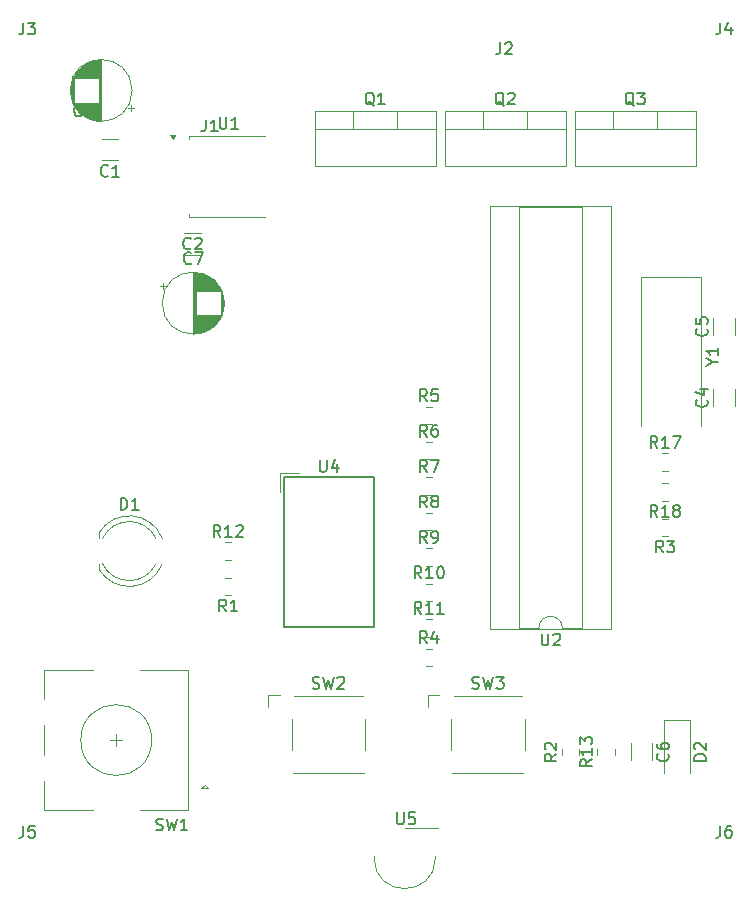
<source format=gbr>
%TF.GenerationSoftware,KiCad,Pcbnew,8.0.6*%
%TF.CreationDate,2025-02-24T13:58:07+01:00*%
%TF.ProjectId,DLA OCBEGO,444c4120-4f43-4424-9547-4f2e6b696361,rev?*%
%TF.SameCoordinates,Original*%
%TF.FileFunction,Legend,Top*%
%TF.FilePolarity,Positive*%
%FSLAX46Y46*%
G04 Gerber Fmt 4.6, Leading zero omitted, Abs format (unit mm)*
G04 Created by KiCad (PCBNEW 8.0.6) date 2025-02-24 13:58:07*
%MOMM*%
%LPD*%
G01*
G04 APERTURE LIST*
%ADD10C,0.150000*%
%ADD11C,0.120000*%
G04 APERTURE END LIST*
D10*
X134666666Y-129254819D02*
X134666666Y-129969104D01*
X134666666Y-129969104D02*
X134619047Y-130111961D01*
X134619047Y-130111961D02*
X134523809Y-130207200D01*
X134523809Y-130207200D02*
X134380952Y-130254819D01*
X134380952Y-130254819D02*
X134285714Y-130254819D01*
X135571428Y-129254819D02*
X135380952Y-129254819D01*
X135380952Y-129254819D02*
X135285714Y-129302438D01*
X135285714Y-129302438D02*
X135238095Y-129350057D01*
X135238095Y-129350057D02*
X135142857Y-129492914D01*
X135142857Y-129492914D02*
X135095238Y-129683390D01*
X135095238Y-129683390D02*
X135095238Y-130064342D01*
X135095238Y-130064342D02*
X135142857Y-130159580D01*
X135142857Y-130159580D02*
X135190476Y-130207200D01*
X135190476Y-130207200D02*
X135285714Y-130254819D01*
X135285714Y-130254819D02*
X135476190Y-130254819D01*
X135476190Y-130254819D02*
X135571428Y-130207200D01*
X135571428Y-130207200D02*
X135619047Y-130159580D01*
X135619047Y-130159580D02*
X135666666Y-130064342D01*
X135666666Y-130064342D02*
X135666666Y-129826247D01*
X135666666Y-129826247D02*
X135619047Y-129731009D01*
X135619047Y-129731009D02*
X135571428Y-129683390D01*
X135571428Y-129683390D02*
X135476190Y-129635771D01*
X135476190Y-129635771D02*
X135285714Y-129635771D01*
X135285714Y-129635771D02*
X135190476Y-129683390D01*
X135190476Y-129683390D02*
X135142857Y-129731009D01*
X135142857Y-129731009D02*
X135095238Y-129826247D01*
X75666666Y-129254819D02*
X75666666Y-129969104D01*
X75666666Y-129969104D02*
X75619047Y-130111961D01*
X75619047Y-130111961D02*
X75523809Y-130207200D01*
X75523809Y-130207200D02*
X75380952Y-130254819D01*
X75380952Y-130254819D02*
X75285714Y-130254819D01*
X76619047Y-129254819D02*
X76142857Y-129254819D01*
X76142857Y-129254819D02*
X76095238Y-129731009D01*
X76095238Y-129731009D02*
X76142857Y-129683390D01*
X76142857Y-129683390D02*
X76238095Y-129635771D01*
X76238095Y-129635771D02*
X76476190Y-129635771D01*
X76476190Y-129635771D02*
X76571428Y-129683390D01*
X76571428Y-129683390D02*
X76619047Y-129731009D01*
X76619047Y-129731009D02*
X76666666Y-129826247D01*
X76666666Y-129826247D02*
X76666666Y-130064342D01*
X76666666Y-130064342D02*
X76619047Y-130159580D01*
X76619047Y-130159580D02*
X76571428Y-130207200D01*
X76571428Y-130207200D02*
X76476190Y-130254819D01*
X76476190Y-130254819D02*
X76238095Y-130254819D01*
X76238095Y-130254819D02*
X76142857Y-130207200D01*
X76142857Y-130207200D02*
X76095238Y-130159580D01*
X134666666Y-61254819D02*
X134666666Y-61969104D01*
X134666666Y-61969104D02*
X134619047Y-62111961D01*
X134619047Y-62111961D02*
X134523809Y-62207200D01*
X134523809Y-62207200D02*
X134380952Y-62254819D01*
X134380952Y-62254819D02*
X134285714Y-62254819D01*
X135571428Y-61588152D02*
X135571428Y-62254819D01*
X135333333Y-61207200D02*
X135095238Y-61921485D01*
X135095238Y-61921485D02*
X135714285Y-61921485D01*
X75666666Y-61254819D02*
X75666666Y-61969104D01*
X75666666Y-61969104D02*
X75619047Y-62111961D01*
X75619047Y-62111961D02*
X75523809Y-62207200D01*
X75523809Y-62207200D02*
X75380952Y-62254819D01*
X75380952Y-62254819D02*
X75285714Y-62254819D01*
X76047619Y-61254819D02*
X76666666Y-61254819D01*
X76666666Y-61254819D02*
X76333333Y-61635771D01*
X76333333Y-61635771D02*
X76476190Y-61635771D01*
X76476190Y-61635771D02*
X76571428Y-61683390D01*
X76571428Y-61683390D02*
X76619047Y-61731009D01*
X76619047Y-61731009D02*
X76666666Y-61826247D01*
X76666666Y-61826247D02*
X76666666Y-62064342D01*
X76666666Y-62064342D02*
X76619047Y-62159580D01*
X76619047Y-62159580D02*
X76571428Y-62207200D01*
X76571428Y-62207200D02*
X76476190Y-62254819D01*
X76476190Y-62254819D02*
X76190476Y-62254819D01*
X76190476Y-62254819D02*
X76095238Y-62207200D01*
X76095238Y-62207200D02*
X76047619Y-62159580D01*
X109833333Y-99304819D02*
X109500000Y-98828628D01*
X109261905Y-99304819D02*
X109261905Y-98304819D01*
X109261905Y-98304819D02*
X109642857Y-98304819D01*
X109642857Y-98304819D02*
X109738095Y-98352438D01*
X109738095Y-98352438D02*
X109785714Y-98400057D01*
X109785714Y-98400057D02*
X109833333Y-98495295D01*
X109833333Y-98495295D02*
X109833333Y-98638152D01*
X109833333Y-98638152D02*
X109785714Y-98733390D01*
X109785714Y-98733390D02*
X109738095Y-98781009D01*
X109738095Y-98781009D02*
X109642857Y-98828628D01*
X109642857Y-98828628D02*
X109261905Y-98828628D01*
X110166667Y-98304819D02*
X110833333Y-98304819D01*
X110833333Y-98304819D02*
X110404762Y-99304819D01*
X105364761Y-68280057D02*
X105269523Y-68232438D01*
X105269523Y-68232438D02*
X105174285Y-68137200D01*
X105174285Y-68137200D02*
X105031428Y-67994342D01*
X105031428Y-67994342D02*
X104936190Y-67946723D01*
X104936190Y-67946723D02*
X104840952Y-67946723D01*
X104888571Y-68184819D02*
X104793333Y-68137200D01*
X104793333Y-68137200D02*
X104698095Y-68041961D01*
X104698095Y-68041961D02*
X104650476Y-67851485D01*
X104650476Y-67851485D02*
X104650476Y-67518152D01*
X104650476Y-67518152D02*
X104698095Y-67327676D01*
X104698095Y-67327676D02*
X104793333Y-67232438D01*
X104793333Y-67232438D02*
X104888571Y-67184819D01*
X104888571Y-67184819D02*
X105079047Y-67184819D01*
X105079047Y-67184819D02*
X105174285Y-67232438D01*
X105174285Y-67232438D02*
X105269523Y-67327676D01*
X105269523Y-67327676D02*
X105317142Y-67518152D01*
X105317142Y-67518152D02*
X105317142Y-67851485D01*
X105317142Y-67851485D02*
X105269523Y-68041961D01*
X105269523Y-68041961D02*
X105174285Y-68137200D01*
X105174285Y-68137200D02*
X105079047Y-68184819D01*
X105079047Y-68184819D02*
X104888571Y-68184819D01*
X106269523Y-68184819D02*
X105698095Y-68184819D01*
X105983809Y-68184819D02*
X105983809Y-67184819D01*
X105983809Y-67184819D02*
X105888571Y-67327676D01*
X105888571Y-67327676D02*
X105793333Y-67422914D01*
X105793333Y-67422914D02*
X105698095Y-67470533D01*
X86897644Y-129607200D02*
X87040501Y-129654819D01*
X87040501Y-129654819D02*
X87278596Y-129654819D01*
X87278596Y-129654819D02*
X87373834Y-129607200D01*
X87373834Y-129607200D02*
X87421453Y-129559580D01*
X87421453Y-129559580D02*
X87469072Y-129464342D01*
X87469072Y-129464342D02*
X87469072Y-129369104D01*
X87469072Y-129369104D02*
X87421453Y-129273866D01*
X87421453Y-129273866D02*
X87373834Y-129226247D01*
X87373834Y-129226247D02*
X87278596Y-129178628D01*
X87278596Y-129178628D02*
X87088120Y-129131009D01*
X87088120Y-129131009D02*
X86992882Y-129083390D01*
X86992882Y-129083390D02*
X86945263Y-129035771D01*
X86945263Y-129035771D02*
X86897644Y-128940533D01*
X86897644Y-128940533D02*
X86897644Y-128845295D01*
X86897644Y-128845295D02*
X86945263Y-128750057D01*
X86945263Y-128750057D02*
X86992882Y-128702438D01*
X86992882Y-128702438D02*
X87088120Y-128654819D01*
X87088120Y-128654819D02*
X87326215Y-128654819D01*
X87326215Y-128654819D02*
X87469072Y-128702438D01*
X87802406Y-128654819D02*
X88040501Y-129654819D01*
X88040501Y-129654819D02*
X88230977Y-128940533D01*
X88230977Y-128940533D02*
X88421453Y-129654819D01*
X88421453Y-129654819D02*
X88659549Y-128654819D01*
X89564310Y-129654819D02*
X88992882Y-129654819D01*
X89278596Y-129654819D02*
X89278596Y-128654819D01*
X89278596Y-128654819D02*
X89183358Y-128797676D01*
X89183358Y-128797676D02*
X89088120Y-128892914D01*
X89088120Y-128892914D02*
X88992882Y-128940533D01*
X134028628Y-89976190D02*
X134504819Y-89976190D01*
X133504819Y-90309523D02*
X134028628Y-89976190D01*
X134028628Y-89976190D02*
X133504819Y-89642857D01*
X134504819Y-88785714D02*
X134504819Y-89357142D01*
X134504819Y-89071428D02*
X133504819Y-89071428D01*
X133504819Y-89071428D02*
X133647676Y-89166666D01*
X133647676Y-89166666D02*
X133742914Y-89261904D01*
X133742914Y-89261904D02*
X133790533Y-89357142D01*
X113666667Y-117607200D02*
X113809524Y-117654819D01*
X113809524Y-117654819D02*
X114047619Y-117654819D01*
X114047619Y-117654819D02*
X114142857Y-117607200D01*
X114142857Y-117607200D02*
X114190476Y-117559580D01*
X114190476Y-117559580D02*
X114238095Y-117464342D01*
X114238095Y-117464342D02*
X114238095Y-117369104D01*
X114238095Y-117369104D02*
X114190476Y-117273866D01*
X114190476Y-117273866D02*
X114142857Y-117226247D01*
X114142857Y-117226247D02*
X114047619Y-117178628D01*
X114047619Y-117178628D02*
X113857143Y-117131009D01*
X113857143Y-117131009D02*
X113761905Y-117083390D01*
X113761905Y-117083390D02*
X113714286Y-117035771D01*
X113714286Y-117035771D02*
X113666667Y-116940533D01*
X113666667Y-116940533D02*
X113666667Y-116845295D01*
X113666667Y-116845295D02*
X113714286Y-116750057D01*
X113714286Y-116750057D02*
X113761905Y-116702438D01*
X113761905Y-116702438D02*
X113857143Y-116654819D01*
X113857143Y-116654819D02*
X114095238Y-116654819D01*
X114095238Y-116654819D02*
X114238095Y-116702438D01*
X114571429Y-116654819D02*
X114809524Y-117654819D01*
X114809524Y-117654819D02*
X115000000Y-116940533D01*
X115000000Y-116940533D02*
X115190476Y-117654819D01*
X115190476Y-117654819D02*
X115428572Y-116654819D01*
X115714286Y-116654819D02*
X116333333Y-116654819D01*
X116333333Y-116654819D02*
X116000000Y-117035771D01*
X116000000Y-117035771D02*
X116142857Y-117035771D01*
X116142857Y-117035771D02*
X116238095Y-117083390D01*
X116238095Y-117083390D02*
X116285714Y-117131009D01*
X116285714Y-117131009D02*
X116333333Y-117226247D01*
X116333333Y-117226247D02*
X116333333Y-117464342D01*
X116333333Y-117464342D02*
X116285714Y-117559580D01*
X116285714Y-117559580D02*
X116238095Y-117607200D01*
X116238095Y-117607200D02*
X116142857Y-117654819D01*
X116142857Y-117654819D02*
X115857143Y-117654819D01*
X115857143Y-117654819D02*
X115761905Y-117607200D01*
X115761905Y-117607200D02*
X115714286Y-117559580D01*
X116037427Y-62935868D02*
X116037427Y-63650153D01*
X116037427Y-63650153D02*
X115989808Y-63793010D01*
X115989808Y-63793010D02*
X115894570Y-63888249D01*
X115894570Y-63888249D02*
X115751713Y-63935868D01*
X115751713Y-63935868D02*
X115656475Y-63935868D01*
X116465999Y-63031106D02*
X116513618Y-62983487D01*
X116513618Y-62983487D02*
X116608856Y-62935868D01*
X116608856Y-62935868D02*
X116846951Y-62935868D01*
X116846951Y-62935868D02*
X116942189Y-62983487D01*
X116942189Y-62983487D02*
X116989808Y-63031106D01*
X116989808Y-63031106D02*
X117037427Y-63126344D01*
X117037427Y-63126344D02*
X117037427Y-63221582D01*
X117037427Y-63221582D02*
X116989808Y-63364439D01*
X116989808Y-63364439D02*
X116418380Y-63935868D01*
X116418380Y-63935868D02*
X117037427Y-63935868D01*
X109357142Y-108304819D02*
X109023809Y-107828628D01*
X108785714Y-108304819D02*
X108785714Y-107304819D01*
X108785714Y-107304819D02*
X109166666Y-107304819D01*
X109166666Y-107304819D02*
X109261904Y-107352438D01*
X109261904Y-107352438D02*
X109309523Y-107400057D01*
X109309523Y-107400057D02*
X109357142Y-107495295D01*
X109357142Y-107495295D02*
X109357142Y-107638152D01*
X109357142Y-107638152D02*
X109309523Y-107733390D01*
X109309523Y-107733390D02*
X109261904Y-107781009D01*
X109261904Y-107781009D02*
X109166666Y-107828628D01*
X109166666Y-107828628D02*
X108785714Y-107828628D01*
X110309523Y-108304819D02*
X109738095Y-108304819D01*
X110023809Y-108304819D02*
X110023809Y-107304819D01*
X110023809Y-107304819D02*
X109928571Y-107447676D01*
X109928571Y-107447676D02*
X109833333Y-107542914D01*
X109833333Y-107542914D02*
X109738095Y-107590533D01*
X110928571Y-107304819D02*
X111023809Y-107304819D01*
X111023809Y-107304819D02*
X111119047Y-107352438D01*
X111119047Y-107352438D02*
X111166666Y-107400057D01*
X111166666Y-107400057D02*
X111214285Y-107495295D01*
X111214285Y-107495295D02*
X111261904Y-107685771D01*
X111261904Y-107685771D02*
X111261904Y-107923866D01*
X111261904Y-107923866D02*
X111214285Y-108114342D01*
X111214285Y-108114342D02*
X111166666Y-108209580D01*
X111166666Y-108209580D02*
X111119047Y-108257200D01*
X111119047Y-108257200D02*
X111023809Y-108304819D01*
X111023809Y-108304819D02*
X110928571Y-108304819D01*
X110928571Y-108304819D02*
X110833333Y-108257200D01*
X110833333Y-108257200D02*
X110785714Y-108209580D01*
X110785714Y-108209580D02*
X110738095Y-108114342D01*
X110738095Y-108114342D02*
X110690476Y-107923866D01*
X110690476Y-107923866D02*
X110690476Y-107685771D01*
X110690476Y-107685771D02*
X110738095Y-107495295D01*
X110738095Y-107495295D02*
X110785714Y-107400057D01*
X110785714Y-107400057D02*
X110833333Y-107352438D01*
X110833333Y-107352438D02*
X110928571Y-107304819D01*
X123804819Y-123642857D02*
X123328628Y-123976190D01*
X123804819Y-124214285D02*
X122804819Y-124214285D01*
X122804819Y-124214285D02*
X122804819Y-123833333D01*
X122804819Y-123833333D02*
X122852438Y-123738095D01*
X122852438Y-123738095D02*
X122900057Y-123690476D01*
X122900057Y-123690476D02*
X122995295Y-123642857D01*
X122995295Y-123642857D02*
X123138152Y-123642857D01*
X123138152Y-123642857D02*
X123233390Y-123690476D01*
X123233390Y-123690476D02*
X123281009Y-123738095D01*
X123281009Y-123738095D02*
X123328628Y-123833333D01*
X123328628Y-123833333D02*
X123328628Y-124214285D01*
X123804819Y-122690476D02*
X123804819Y-123261904D01*
X123804819Y-122976190D02*
X122804819Y-122976190D01*
X122804819Y-122976190D02*
X122947676Y-123071428D01*
X122947676Y-123071428D02*
X123042914Y-123166666D01*
X123042914Y-123166666D02*
X123090533Y-123261904D01*
X122804819Y-122357142D02*
X122804819Y-121738095D01*
X122804819Y-121738095D02*
X123185771Y-122071428D01*
X123185771Y-122071428D02*
X123185771Y-121928571D01*
X123185771Y-121928571D02*
X123233390Y-121833333D01*
X123233390Y-121833333D02*
X123281009Y-121785714D01*
X123281009Y-121785714D02*
X123376247Y-121738095D01*
X123376247Y-121738095D02*
X123614342Y-121738095D01*
X123614342Y-121738095D02*
X123709580Y-121785714D01*
X123709580Y-121785714D02*
X123757200Y-121833333D01*
X123757200Y-121833333D02*
X123804819Y-121928571D01*
X123804819Y-121928571D02*
X123804819Y-122214285D01*
X123804819Y-122214285D02*
X123757200Y-122309523D01*
X123757200Y-122309523D02*
X123709580Y-122357142D01*
X129357142Y-103104819D02*
X129023809Y-102628628D01*
X128785714Y-103104819D02*
X128785714Y-102104819D01*
X128785714Y-102104819D02*
X129166666Y-102104819D01*
X129166666Y-102104819D02*
X129261904Y-102152438D01*
X129261904Y-102152438D02*
X129309523Y-102200057D01*
X129309523Y-102200057D02*
X129357142Y-102295295D01*
X129357142Y-102295295D02*
X129357142Y-102438152D01*
X129357142Y-102438152D02*
X129309523Y-102533390D01*
X129309523Y-102533390D02*
X129261904Y-102581009D01*
X129261904Y-102581009D02*
X129166666Y-102628628D01*
X129166666Y-102628628D02*
X128785714Y-102628628D01*
X130309523Y-103104819D02*
X129738095Y-103104819D01*
X130023809Y-103104819D02*
X130023809Y-102104819D01*
X130023809Y-102104819D02*
X129928571Y-102247676D01*
X129928571Y-102247676D02*
X129833333Y-102342914D01*
X129833333Y-102342914D02*
X129738095Y-102390533D01*
X130880952Y-102533390D02*
X130785714Y-102485771D01*
X130785714Y-102485771D02*
X130738095Y-102438152D01*
X130738095Y-102438152D02*
X130690476Y-102342914D01*
X130690476Y-102342914D02*
X130690476Y-102295295D01*
X130690476Y-102295295D02*
X130738095Y-102200057D01*
X130738095Y-102200057D02*
X130785714Y-102152438D01*
X130785714Y-102152438D02*
X130880952Y-102104819D01*
X130880952Y-102104819D02*
X131071428Y-102104819D01*
X131071428Y-102104819D02*
X131166666Y-102152438D01*
X131166666Y-102152438D02*
X131214285Y-102200057D01*
X131214285Y-102200057D02*
X131261904Y-102295295D01*
X131261904Y-102295295D02*
X131261904Y-102342914D01*
X131261904Y-102342914D02*
X131214285Y-102438152D01*
X131214285Y-102438152D02*
X131166666Y-102485771D01*
X131166666Y-102485771D02*
X131071428Y-102533390D01*
X131071428Y-102533390D02*
X130880952Y-102533390D01*
X130880952Y-102533390D02*
X130785714Y-102581009D01*
X130785714Y-102581009D02*
X130738095Y-102628628D01*
X130738095Y-102628628D02*
X130690476Y-102723866D01*
X130690476Y-102723866D02*
X130690476Y-102914342D01*
X130690476Y-102914342D02*
X130738095Y-103009580D01*
X130738095Y-103009580D02*
X130785714Y-103057200D01*
X130785714Y-103057200D02*
X130880952Y-103104819D01*
X130880952Y-103104819D02*
X131071428Y-103104819D01*
X131071428Y-103104819D02*
X131166666Y-103057200D01*
X131166666Y-103057200D02*
X131214285Y-103009580D01*
X131214285Y-103009580D02*
X131261904Y-102914342D01*
X131261904Y-102914342D02*
X131261904Y-102723866D01*
X131261904Y-102723866D02*
X131214285Y-102628628D01*
X131214285Y-102628628D02*
X131166666Y-102581009D01*
X131166666Y-102581009D02*
X131071428Y-102533390D01*
X120804819Y-123166666D02*
X120328628Y-123499999D01*
X120804819Y-123738094D02*
X119804819Y-123738094D01*
X119804819Y-123738094D02*
X119804819Y-123357142D01*
X119804819Y-123357142D02*
X119852438Y-123261904D01*
X119852438Y-123261904D02*
X119900057Y-123214285D01*
X119900057Y-123214285D02*
X119995295Y-123166666D01*
X119995295Y-123166666D02*
X120138152Y-123166666D01*
X120138152Y-123166666D02*
X120233390Y-123214285D01*
X120233390Y-123214285D02*
X120281009Y-123261904D01*
X120281009Y-123261904D02*
X120328628Y-123357142D01*
X120328628Y-123357142D02*
X120328628Y-123738094D01*
X119900057Y-122785713D02*
X119852438Y-122738094D01*
X119852438Y-122738094D02*
X119804819Y-122642856D01*
X119804819Y-122642856D02*
X119804819Y-122404761D01*
X119804819Y-122404761D02*
X119852438Y-122309523D01*
X119852438Y-122309523D02*
X119900057Y-122261904D01*
X119900057Y-122261904D02*
X119995295Y-122214285D01*
X119995295Y-122214285D02*
X120090533Y-122214285D01*
X120090533Y-122214285D02*
X120233390Y-122261904D01*
X120233390Y-122261904D02*
X120804819Y-122833332D01*
X120804819Y-122833332D02*
X120804819Y-122214285D01*
X89878221Y-81609580D02*
X89830602Y-81657200D01*
X89830602Y-81657200D02*
X89687745Y-81704819D01*
X89687745Y-81704819D02*
X89592507Y-81704819D01*
X89592507Y-81704819D02*
X89449650Y-81657200D01*
X89449650Y-81657200D02*
X89354412Y-81561961D01*
X89354412Y-81561961D02*
X89306793Y-81466723D01*
X89306793Y-81466723D02*
X89259174Y-81276247D01*
X89259174Y-81276247D02*
X89259174Y-81133390D01*
X89259174Y-81133390D02*
X89306793Y-80942914D01*
X89306793Y-80942914D02*
X89354412Y-80847676D01*
X89354412Y-80847676D02*
X89449650Y-80752438D01*
X89449650Y-80752438D02*
X89592507Y-80704819D01*
X89592507Y-80704819D02*
X89687745Y-80704819D01*
X89687745Y-80704819D02*
X89830602Y-80752438D01*
X89830602Y-80752438D02*
X89878221Y-80800057D01*
X90211555Y-80704819D02*
X90878221Y-80704819D01*
X90878221Y-80704819D02*
X90449650Y-81704819D01*
X130209580Y-123166666D02*
X130257200Y-123214285D01*
X130257200Y-123214285D02*
X130304819Y-123357142D01*
X130304819Y-123357142D02*
X130304819Y-123452380D01*
X130304819Y-123452380D02*
X130257200Y-123595237D01*
X130257200Y-123595237D02*
X130161961Y-123690475D01*
X130161961Y-123690475D02*
X130066723Y-123738094D01*
X130066723Y-123738094D02*
X129876247Y-123785713D01*
X129876247Y-123785713D02*
X129733390Y-123785713D01*
X129733390Y-123785713D02*
X129542914Y-123738094D01*
X129542914Y-123738094D02*
X129447676Y-123690475D01*
X129447676Y-123690475D02*
X129352438Y-123595237D01*
X129352438Y-123595237D02*
X129304819Y-123452380D01*
X129304819Y-123452380D02*
X129304819Y-123357142D01*
X129304819Y-123357142D02*
X129352438Y-123214285D01*
X129352438Y-123214285D02*
X129400057Y-123166666D01*
X129304819Y-122309523D02*
X129304819Y-122499999D01*
X129304819Y-122499999D02*
X129352438Y-122595237D01*
X129352438Y-122595237D02*
X129400057Y-122642856D01*
X129400057Y-122642856D02*
X129542914Y-122738094D01*
X129542914Y-122738094D02*
X129733390Y-122785713D01*
X129733390Y-122785713D02*
X130114342Y-122785713D01*
X130114342Y-122785713D02*
X130209580Y-122738094D01*
X130209580Y-122738094D02*
X130257200Y-122690475D01*
X130257200Y-122690475D02*
X130304819Y-122595237D01*
X130304819Y-122595237D02*
X130304819Y-122404761D01*
X130304819Y-122404761D02*
X130257200Y-122309523D01*
X130257200Y-122309523D02*
X130209580Y-122261904D01*
X130209580Y-122261904D02*
X130114342Y-122214285D01*
X130114342Y-122214285D02*
X129876247Y-122214285D01*
X129876247Y-122214285D02*
X129781009Y-122261904D01*
X129781009Y-122261904D02*
X129733390Y-122309523D01*
X129733390Y-122309523D02*
X129685771Y-122404761D01*
X129685771Y-122404761D02*
X129685771Y-122595237D01*
X129685771Y-122595237D02*
X129733390Y-122690475D01*
X129733390Y-122690475D02*
X129781009Y-122738094D01*
X129781009Y-122738094D02*
X129876247Y-122785713D01*
X109833333Y-102304819D02*
X109500000Y-101828628D01*
X109261905Y-102304819D02*
X109261905Y-101304819D01*
X109261905Y-101304819D02*
X109642857Y-101304819D01*
X109642857Y-101304819D02*
X109738095Y-101352438D01*
X109738095Y-101352438D02*
X109785714Y-101400057D01*
X109785714Y-101400057D02*
X109833333Y-101495295D01*
X109833333Y-101495295D02*
X109833333Y-101638152D01*
X109833333Y-101638152D02*
X109785714Y-101733390D01*
X109785714Y-101733390D02*
X109738095Y-101781009D01*
X109738095Y-101781009D02*
X109642857Y-101828628D01*
X109642857Y-101828628D02*
X109261905Y-101828628D01*
X110404762Y-101733390D02*
X110309524Y-101685771D01*
X110309524Y-101685771D02*
X110261905Y-101638152D01*
X110261905Y-101638152D02*
X110214286Y-101542914D01*
X110214286Y-101542914D02*
X110214286Y-101495295D01*
X110214286Y-101495295D02*
X110261905Y-101400057D01*
X110261905Y-101400057D02*
X110309524Y-101352438D01*
X110309524Y-101352438D02*
X110404762Y-101304819D01*
X110404762Y-101304819D02*
X110595238Y-101304819D01*
X110595238Y-101304819D02*
X110690476Y-101352438D01*
X110690476Y-101352438D02*
X110738095Y-101400057D01*
X110738095Y-101400057D02*
X110785714Y-101495295D01*
X110785714Y-101495295D02*
X110785714Y-101542914D01*
X110785714Y-101542914D02*
X110738095Y-101638152D01*
X110738095Y-101638152D02*
X110690476Y-101685771D01*
X110690476Y-101685771D02*
X110595238Y-101733390D01*
X110595238Y-101733390D02*
X110404762Y-101733390D01*
X110404762Y-101733390D02*
X110309524Y-101781009D01*
X110309524Y-101781009D02*
X110261905Y-101828628D01*
X110261905Y-101828628D02*
X110214286Y-101923866D01*
X110214286Y-101923866D02*
X110214286Y-102114342D01*
X110214286Y-102114342D02*
X110261905Y-102209580D01*
X110261905Y-102209580D02*
X110309524Y-102257200D01*
X110309524Y-102257200D02*
X110404762Y-102304819D01*
X110404762Y-102304819D02*
X110595238Y-102304819D01*
X110595238Y-102304819D02*
X110690476Y-102257200D01*
X110690476Y-102257200D02*
X110738095Y-102209580D01*
X110738095Y-102209580D02*
X110785714Y-102114342D01*
X110785714Y-102114342D02*
X110785714Y-101923866D01*
X110785714Y-101923866D02*
X110738095Y-101828628D01*
X110738095Y-101828628D02*
X110690476Y-101781009D01*
X110690476Y-101781009D02*
X110595238Y-101733390D01*
X119548095Y-112984819D02*
X119548095Y-113794342D01*
X119548095Y-113794342D02*
X119595714Y-113889580D01*
X119595714Y-113889580D02*
X119643333Y-113937200D01*
X119643333Y-113937200D02*
X119738571Y-113984819D01*
X119738571Y-113984819D02*
X119929047Y-113984819D01*
X119929047Y-113984819D02*
X120024285Y-113937200D01*
X120024285Y-113937200D02*
X120071904Y-113889580D01*
X120071904Y-113889580D02*
X120119523Y-113794342D01*
X120119523Y-113794342D02*
X120119523Y-112984819D01*
X120548095Y-113080057D02*
X120595714Y-113032438D01*
X120595714Y-113032438D02*
X120690952Y-112984819D01*
X120690952Y-112984819D02*
X120929047Y-112984819D01*
X120929047Y-112984819D02*
X121024285Y-113032438D01*
X121024285Y-113032438D02*
X121071904Y-113080057D01*
X121071904Y-113080057D02*
X121119523Y-113175295D01*
X121119523Y-113175295D02*
X121119523Y-113270533D01*
X121119523Y-113270533D02*
X121071904Y-113413390D01*
X121071904Y-113413390D02*
X120500476Y-113984819D01*
X120500476Y-113984819D02*
X121119523Y-113984819D01*
X92833333Y-111104819D02*
X92500000Y-110628628D01*
X92261905Y-111104819D02*
X92261905Y-110104819D01*
X92261905Y-110104819D02*
X92642857Y-110104819D01*
X92642857Y-110104819D02*
X92738095Y-110152438D01*
X92738095Y-110152438D02*
X92785714Y-110200057D01*
X92785714Y-110200057D02*
X92833333Y-110295295D01*
X92833333Y-110295295D02*
X92833333Y-110438152D01*
X92833333Y-110438152D02*
X92785714Y-110533390D01*
X92785714Y-110533390D02*
X92738095Y-110581009D01*
X92738095Y-110581009D02*
X92642857Y-110628628D01*
X92642857Y-110628628D02*
X92261905Y-110628628D01*
X93785714Y-111104819D02*
X93214286Y-111104819D01*
X93500000Y-111104819D02*
X93500000Y-110104819D01*
X93500000Y-110104819D02*
X93404762Y-110247676D01*
X93404762Y-110247676D02*
X93309524Y-110342914D01*
X93309524Y-110342914D02*
X93214286Y-110390533D01*
X127364761Y-68280057D02*
X127269523Y-68232438D01*
X127269523Y-68232438D02*
X127174285Y-68137200D01*
X127174285Y-68137200D02*
X127031428Y-67994342D01*
X127031428Y-67994342D02*
X126936190Y-67946723D01*
X126936190Y-67946723D02*
X126840952Y-67946723D01*
X126888571Y-68184819D02*
X126793333Y-68137200D01*
X126793333Y-68137200D02*
X126698095Y-68041961D01*
X126698095Y-68041961D02*
X126650476Y-67851485D01*
X126650476Y-67851485D02*
X126650476Y-67518152D01*
X126650476Y-67518152D02*
X126698095Y-67327676D01*
X126698095Y-67327676D02*
X126793333Y-67232438D01*
X126793333Y-67232438D02*
X126888571Y-67184819D01*
X126888571Y-67184819D02*
X127079047Y-67184819D01*
X127079047Y-67184819D02*
X127174285Y-67232438D01*
X127174285Y-67232438D02*
X127269523Y-67327676D01*
X127269523Y-67327676D02*
X127317142Y-67518152D01*
X127317142Y-67518152D02*
X127317142Y-67851485D01*
X127317142Y-67851485D02*
X127269523Y-68041961D01*
X127269523Y-68041961D02*
X127174285Y-68137200D01*
X127174285Y-68137200D02*
X127079047Y-68184819D01*
X127079047Y-68184819D02*
X126888571Y-68184819D01*
X127650476Y-67184819D02*
X128269523Y-67184819D01*
X128269523Y-67184819D02*
X127936190Y-67565771D01*
X127936190Y-67565771D02*
X128079047Y-67565771D01*
X128079047Y-67565771D02*
X128174285Y-67613390D01*
X128174285Y-67613390D02*
X128221904Y-67661009D01*
X128221904Y-67661009D02*
X128269523Y-67756247D01*
X128269523Y-67756247D02*
X128269523Y-67994342D01*
X128269523Y-67994342D02*
X128221904Y-68089580D01*
X128221904Y-68089580D02*
X128174285Y-68137200D01*
X128174285Y-68137200D02*
X128079047Y-68184819D01*
X128079047Y-68184819D02*
X127793333Y-68184819D01*
X127793333Y-68184819D02*
X127698095Y-68137200D01*
X127698095Y-68137200D02*
X127650476Y-68089580D01*
X92357142Y-104804819D02*
X92023809Y-104328628D01*
X91785714Y-104804819D02*
X91785714Y-103804819D01*
X91785714Y-103804819D02*
X92166666Y-103804819D01*
X92166666Y-103804819D02*
X92261904Y-103852438D01*
X92261904Y-103852438D02*
X92309523Y-103900057D01*
X92309523Y-103900057D02*
X92357142Y-103995295D01*
X92357142Y-103995295D02*
X92357142Y-104138152D01*
X92357142Y-104138152D02*
X92309523Y-104233390D01*
X92309523Y-104233390D02*
X92261904Y-104281009D01*
X92261904Y-104281009D02*
X92166666Y-104328628D01*
X92166666Y-104328628D02*
X91785714Y-104328628D01*
X93309523Y-104804819D02*
X92738095Y-104804819D01*
X93023809Y-104804819D02*
X93023809Y-103804819D01*
X93023809Y-103804819D02*
X92928571Y-103947676D01*
X92928571Y-103947676D02*
X92833333Y-104042914D01*
X92833333Y-104042914D02*
X92738095Y-104090533D01*
X93690476Y-103900057D02*
X93738095Y-103852438D01*
X93738095Y-103852438D02*
X93833333Y-103804819D01*
X93833333Y-103804819D02*
X94071428Y-103804819D01*
X94071428Y-103804819D02*
X94166666Y-103852438D01*
X94166666Y-103852438D02*
X94214285Y-103900057D01*
X94214285Y-103900057D02*
X94261904Y-103995295D01*
X94261904Y-103995295D02*
X94261904Y-104090533D01*
X94261904Y-104090533D02*
X94214285Y-104233390D01*
X94214285Y-104233390D02*
X93642857Y-104804819D01*
X93642857Y-104804819D02*
X94261904Y-104804819D01*
X109357142Y-111304819D02*
X109023809Y-110828628D01*
X108785714Y-111304819D02*
X108785714Y-110304819D01*
X108785714Y-110304819D02*
X109166666Y-110304819D01*
X109166666Y-110304819D02*
X109261904Y-110352438D01*
X109261904Y-110352438D02*
X109309523Y-110400057D01*
X109309523Y-110400057D02*
X109357142Y-110495295D01*
X109357142Y-110495295D02*
X109357142Y-110638152D01*
X109357142Y-110638152D02*
X109309523Y-110733390D01*
X109309523Y-110733390D02*
X109261904Y-110781009D01*
X109261904Y-110781009D02*
X109166666Y-110828628D01*
X109166666Y-110828628D02*
X108785714Y-110828628D01*
X110309523Y-111304819D02*
X109738095Y-111304819D01*
X110023809Y-111304819D02*
X110023809Y-110304819D01*
X110023809Y-110304819D02*
X109928571Y-110447676D01*
X109928571Y-110447676D02*
X109833333Y-110542914D01*
X109833333Y-110542914D02*
X109738095Y-110590533D01*
X111261904Y-111304819D02*
X110690476Y-111304819D01*
X110976190Y-111304819D02*
X110976190Y-110304819D01*
X110976190Y-110304819D02*
X110880952Y-110447676D01*
X110880952Y-110447676D02*
X110785714Y-110542914D01*
X110785714Y-110542914D02*
X110690476Y-110590533D01*
X82833333Y-74209580D02*
X82785714Y-74257200D01*
X82785714Y-74257200D02*
X82642857Y-74304819D01*
X82642857Y-74304819D02*
X82547619Y-74304819D01*
X82547619Y-74304819D02*
X82404762Y-74257200D01*
X82404762Y-74257200D02*
X82309524Y-74161961D01*
X82309524Y-74161961D02*
X82261905Y-74066723D01*
X82261905Y-74066723D02*
X82214286Y-73876247D01*
X82214286Y-73876247D02*
X82214286Y-73733390D01*
X82214286Y-73733390D02*
X82261905Y-73542914D01*
X82261905Y-73542914D02*
X82309524Y-73447676D01*
X82309524Y-73447676D02*
X82404762Y-73352438D01*
X82404762Y-73352438D02*
X82547619Y-73304819D01*
X82547619Y-73304819D02*
X82642857Y-73304819D01*
X82642857Y-73304819D02*
X82785714Y-73352438D01*
X82785714Y-73352438D02*
X82833333Y-73400057D01*
X83785714Y-74304819D02*
X83214286Y-74304819D01*
X83500000Y-74304819D02*
X83500000Y-73304819D01*
X83500000Y-73304819D02*
X83404762Y-73447676D01*
X83404762Y-73447676D02*
X83309524Y-73542914D01*
X83309524Y-73542914D02*
X83214286Y-73590533D01*
X109833333Y-96304819D02*
X109500000Y-95828628D01*
X109261905Y-96304819D02*
X109261905Y-95304819D01*
X109261905Y-95304819D02*
X109642857Y-95304819D01*
X109642857Y-95304819D02*
X109738095Y-95352438D01*
X109738095Y-95352438D02*
X109785714Y-95400057D01*
X109785714Y-95400057D02*
X109833333Y-95495295D01*
X109833333Y-95495295D02*
X109833333Y-95638152D01*
X109833333Y-95638152D02*
X109785714Y-95733390D01*
X109785714Y-95733390D02*
X109738095Y-95781009D01*
X109738095Y-95781009D02*
X109642857Y-95828628D01*
X109642857Y-95828628D02*
X109261905Y-95828628D01*
X110690476Y-95304819D02*
X110500000Y-95304819D01*
X110500000Y-95304819D02*
X110404762Y-95352438D01*
X110404762Y-95352438D02*
X110357143Y-95400057D01*
X110357143Y-95400057D02*
X110261905Y-95542914D01*
X110261905Y-95542914D02*
X110214286Y-95733390D01*
X110214286Y-95733390D02*
X110214286Y-96114342D01*
X110214286Y-96114342D02*
X110261905Y-96209580D01*
X110261905Y-96209580D02*
X110309524Y-96257200D01*
X110309524Y-96257200D02*
X110404762Y-96304819D01*
X110404762Y-96304819D02*
X110595238Y-96304819D01*
X110595238Y-96304819D02*
X110690476Y-96257200D01*
X110690476Y-96257200D02*
X110738095Y-96209580D01*
X110738095Y-96209580D02*
X110785714Y-96114342D01*
X110785714Y-96114342D02*
X110785714Y-95876247D01*
X110785714Y-95876247D02*
X110738095Y-95781009D01*
X110738095Y-95781009D02*
X110690476Y-95733390D01*
X110690476Y-95733390D02*
X110595238Y-95685771D01*
X110595238Y-95685771D02*
X110404762Y-95685771D01*
X110404762Y-95685771D02*
X110309524Y-95733390D01*
X110309524Y-95733390D02*
X110261905Y-95781009D01*
X110261905Y-95781009D02*
X110214286Y-95876247D01*
X109833333Y-113804819D02*
X109500000Y-113328628D01*
X109261905Y-113804819D02*
X109261905Y-112804819D01*
X109261905Y-112804819D02*
X109642857Y-112804819D01*
X109642857Y-112804819D02*
X109738095Y-112852438D01*
X109738095Y-112852438D02*
X109785714Y-112900057D01*
X109785714Y-112900057D02*
X109833333Y-112995295D01*
X109833333Y-112995295D02*
X109833333Y-113138152D01*
X109833333Y-113138152D02*
X109785714Y-113233390D01*
X109785714Y-113233390D02*
X109738095Y-113281009D01*
X109738095Y-113281009D02*
X109642857Y-113328628D01*
X109642857Y-113328628D02*
X109261905Y-113328628D01*
X110690476Y-113138152D02*
X110690476Y-113804819D01*
X110452381Y-112757200D02*
X110214286Y-113471485D01*
X110214286Y-113471485D02*
X110833333Y-113471485D01*
X92278095Y-69234819D02*
X92278095Y-70044342D01*
X92278095Y-70044342D02*
X92325714Y-70139580D01*
X92325714Y-70139580D02*
X92373333Y-70187200D01*
X92373333Y-70187200D02*
X92468571Y-70234819D01*
X92468571Y-70234819D02*
X92659047Y-70234819D01*
X92659047Y-70234819D02*
X92754285Y-70187200D01*
X92754285Y-70187200D02*
X92801904Y-70139580D01*
X92801904Y-70139580D02*
X92849523Y-70044342D01*
X92849523Y-70044342D02*
X92849523Y-69234819D01*
X93849523Y-70234819D02*
X93278095Y-70234819D01*
X93563809Y-70234819D02*
X93563809Y-69234819D01*
X93563809Y-69234819D02*
X93468571Y-69377676D01*
X93468571Y-69377676D02*
X93373333Y-69472914D01*
X93373333Y-69472914D02*
X93278095Y-69520533D01*
X109833333Y-105304819D02*
X109500000Y-104828628D01*
X109261905Y-105304819D02*
X109261905Y-104304819D01*
X109261905Y-104304819D02*
X109642857Y-104304819D01*
X109642857Y-104304819D02*
X109738095Y-104352438D01*
X109738095Y-104352438D02*
X109785714Y-104400057D01*
X109785714Y-104400057D02*
X109833333Y-104495295D01*
X109833333Y-104495295D02*
X109833333Y-104638152D01*
X109833333Y-104638152D02*
X109785714Y-104733390D01*
X109785714Y-104733390D02*
X109738095Y-104781009D01*
X109738095Y-104781009D02*
X109642857Y-104828628D01*
X109642857Y-104828628D02*
X109261905Y-104828628D01*
X110309524Y-105304819D02*
X110500000Y-105304819D01*
X110500000Y-105304819D02*
X110595238Y-105257200D01*
X110595238Y-105257200D02*
X110642857Y-105209580D01*
X110642857Y-105209580D02*
X110738095Y-105066723D01*
X110738095Y-105066723D02*
X110785714Y-104876247D01*
X110785714Y-104876247D02*
X110785714Y-104495295D01*
X110785714Y-104495295D02*
X110738095Y-104400057D01*
X110738095Y-104400057D02*
X110690476Y-104352438D01*
X110690476Y-104352438D02*
X110595238Y-104304819D01*
X110595238Y-104304819D02*
X110404762Y-104304819D01*
X110404762Y-104304819D02*
X110309524Y-104352438D01*
X110309524Y-104352438D02*
X110261905Y-104400057D01*
X110261905Y-104400057D02*
X110214286Y-104495295D01*
X110214286Y-104495295D02*
X110214286Y-104733390D01*
X110214286Y-104733390D02*
X110261905Y-104828628D01*
X110261905Y-104828628D02*
X110309524Y-104876247D01*
X110309524Y-104876247D02*
X110404762Y-104923866D01*
X110404762Y-104923866D02*
X110595238Y-104923866D01*
X110595238Y-104923866D02*
X110690476Y-104876247D01*
X110690476Y-104876247D02*
X110738095Y-104828628D01*
X110738095Y-104828628D02*
X110785714Y-104733390D01*
X80583333Y-69109580D02*
X80535714Y-69157200D01*
X80535714Y-69157200D02*
X80392857Y-69204819D01*
X80392857Y-69204819D02*
X80297619Y-69204819D01*
X80297619Y-69204819D02*
X80154762Y-69157200D01*
X80154762Y-69157200D02*
X80059524Y-69061961D01*
X80059524Y-69061961D02*
X80011905Y-68966723D01*
X80011905Y-68966723D02*
X79964286Y-68776247D01*
X79964286Y-68776247D02*
X79964286Y-68633390D01*
X79964286Y-68633390D02*
X80011905Y-68442914D01*
X80011905Y-68442914D02*
X80059524Y-68347676D01*
X80059524Y-68347676D02*
X80154762Y-68252438D01*
X80154762Y-68252438D02*
X80297619Y-68204819D01*
X80297619Y-68204819D02*
X80392857Y-68204819D01*
X80392857Y-68204819D02*
X80535714Y-68252438D01*
X80535714Y-68252438D02*
X80583333Y-68300057D01*
X80916667Y-68204819D02*
X81535714Y-68204819D01*
X81535714Y-68204819D02*
X81202381Y-68585771D01*
X81202381Y-68585771D02*
X81345238Y-68585771D01*
X81345238Y-68585771D02*
X81440476Y-68633390D01*
X81440476Y-68633390D02*
X81488095Y-68681009D01*
X81488095Y-68681009D02*
X81535714Y-68776247D01*
X81535714Y-68776247D02*
X81535714Y-69014342D01*
X81535714Y-69014342D02*
X81488095Y-69109580D01*
X81488095Y-69109580D02*
X81440476Y-69157200D01*
X81440476Y-69157200D02*
X81345238Y-69204819D01*
X81345238Y-69204819D02*
X81059524Y-69204819D01*
X81059524Y-69204819D02*
X80964286Y-69157200D01*
X80964286Y-69157200D02*
X80916667Y-69109580D01*
X133509580Y-87166666D02*
X133557200Y-87214285D01*
X133557200Y-87214285D02*
X133604819Y-87357142D01*
X133604819Y-87357142D02*
X133604819Y-87452380D01*
X133604819Y-87452380D02*
X133557200Y-87595237D01*
X133557200Y-87595237D02*
X133461961Y-87690475D01*
X133461961Y-87690475D02*
X133366723Y-87738094D01*
X133366723Y-87738094D02*
X133176247Y-87785713D01*
X133176247Y-87785713D02*
X133033390Y-87785713D01*
X133033390Y-87785713D02*
X132842914Y-87738094D01*
X132842914Y-87738094D02*
X132747676Y-87690475D01*
X132747676Y-87690475D02*
X132652438Y-87595237D01*
X132652438Y-87595237D02*
X132604819Y-87452380D01*
X132604819Y-87452380D02*
X132604819Y-87357142D01*
X132604819Y-87357142D02*
X132652438Y-87214285D01*
X132652438Y-87214285D02*
X132700057Y-87166666D01*
X132604819Y-86261904D02*
X132604819Y-86738094D01*
X132604819Y-86738094D02*
X133081009Y-86785713D01*
X133081009Y-86785713D02*
X133033390Y-86738094D01*
X133033390Y-86738094D02*
X132985771Y-86642856D01*
X132985771Y-86642856D02*
X132985771Y-86404761D01*
X132985771Y-86404761D02*
X133033390Y-86309523D01*
X133033390Y-86309523D02*
X133081009Y-86261904D01*
X133081009Y-86261904D02*
X133176247Y-86214285D01*
X133176247Y-86214285D02*
X133414342Y-86214285D01*
X133414342Y-86214285D02*
X133509580Y-86261904D01*
X133509580Y-86261904D02*
X133557200Y-86309523D01*
X133557200Y-86309523D02*
X133604819Y-86404761D01*
X133604819Y-86404761D02*
X133604819Y-86642856D01*
X133604819Y-86642856D02*
X133557200Y-86738094D01*
X133557200Y-86738094D02*
X133509580Y-86785713D01*
X107298095Y-128129819D02*
X107298095Y-128939342D01*
X107298095Y-128939342D02*
X107345714Y-129034580D01*
X107345714Y-129034580D02*
X107393333Y-129082200D01*
X107393333Y-129082200D02*
X107488571Y-129129819D01*
X107488571Y-129129819D02*
X107679047Y-129129819D01*
X107679047Y-129129819D02*
X107774285Y-129082200D01*
X107774285Y-129082200D02*
X107821904Y-129034580D01*
X107821904Y-129034580D02*
X107869523Y-128939342D01*
X107869523Y-128939342D02*
X107869523Y-128129819D01*
X108821904Y-128129819D02*
X108345714Y-128129819D01*
X108345714Y-128129819D02*
X108298095Y-128606009D01*
X108298095Y-128606009D02*
X108345714Y-128558390D01*
X108345714Y-128558390D02*
X108440952Y-128510771D01*
X108440952Y-128510771D02*
X108679047Y-128510771D01*
X108679047Y-128510771D02*
X108774285Y-128558390D01*
X108774285Y-128558390D02*
X108821904Y-128606009D01*
X108821904Y-128606009D02*
X108869523Y-128701247D01*
X108869523Y-128701247D02*
X108869523Y-128939342D01*
X108869523Y-128939342D02*
X108821904Y-129034580D01*
X108821904Y-129034580D02*
X108774285Y-129082200D01*
X108774285Y-129082200D02*
X108679047Y-129129819D01*
X108679047Y-129129819D02*
X108440952Y-129129819D01*
X108440952Y-129129819D02*
X108345714Y-129082200D01*
X108345714Y-129082200D02*
X108298095Y-129034580D01*
X129357142Y-97276375D02*
X129023809Y-96800184D01*
X128785714Y-97276375D02*
X128785714Y-96276375D01*
X128785714Y-96276375D02*
X129166666Y-96276375D01*
X129166666Y-96276375D02*
X129261904Y-96323994D01*
X129261904Y-96323994D02*
X129309523Y-96371613D01*
X129309523Y-96371613D02*
X129357142Y-96466851D01*
X129357142Y-96466851D02*
X129357142Y-96609708D01*
X129357142Y-96609708D02*
X129309523Y-96704946D01*
X129309523Y-96704946D02*
X129261904Y-96752565D01*
X129261904Y-96752565D02*
X129166666Y-96800184D01*
X129166666Y-96800184D02*
X128785714Y-96800184D01*
X130309523Y-97276375D02*
X129738095Y-97276375D01*
X130023809Y-97276375D02*
X130023809Y-96276375D01*
X130023809Y-96276375D02*
X129928571Y-96419232D01*
X129928571Y-96419232D02*
X129833333Y-96514470D01*
X129833333Y-96514470D02*
X129738095Y-96562089D01*
X130642857Y-96276375D02*
X131309523Y-96276375D01*
X131309523Y-96276375D02*
X130880952Y-97276375D01*
X91126666Y-69459819D02*
X91126666Y-70174104D01*
X91126666Y-70174104D02*
X91079047Y-70316961D01*
X91079047Y-70316961D02*
X90983809Y-70412200D01*
X90983809Y-70412200D02*
X90840952Y-70459819D01*
X90840952Y-70459819D02*
X90745714Y-70459819D01*
X92126666Y-70459819D02*
X91555238Y-70459819D01*
X91840952Y-70459819D02*
X91840952Y-69459819D01*
X91840952Y-69459819D02*
X91745714Y-69602676D01*
X91745714Y-69602676D02*
X91650476Y-69697914D01*
X91650476Y-69697914D02*
X91555238Y-69745533D01*
X89833333Y-80359580D02*
X89785714Y-80407200D01*
X89785714Y-80407200D02*
X89642857Y-80454819D01*
X89642857Y-80454819D02*
X89547619Y-80454819D01*
X89547619Y-80454819D02*
X89404762Y-80407200D01*
X89404762Y-80407200D02*
X89309524Y-80311961D01*
X89309524Y-80311961D02*
X89261905Y-80216723D01*
X89261905Y-80216723D02*
X89214286Y-80026247D01*
X89214286Y-80026247D02*
X89214286Y-79883390D01*
X89214286Y-79883390D02*
X89261905Y-79692914D01*
X89261905Y-79692914D02*
X89309524Y-79597676D01*
X89309524Y-79597676D02*
X89404762Y-79502438D01*
X89404762Y-79502438D02*
X89547619Y-79454819D01*
X89547619Y-79454819D02*
X89642857Y-79454819D01*
X89642857Y-79454819D02*
X89785714Y-79502438D01*
X89785714Y-79502438D02*
X89833333Y-79550057D01*
X90214286Y-79550057D02*
X90261905Y-79502438D01*
X90261905Y-79502438D02*
X90357143Y-79454819D01*
X90357143Y-79454819D02*
X90595238Y-79454819D01*
X90595238Y-79454819D02*
X90690476Y-79502438D01*
X90690476Y-79502438D02*
X90738095Y-79550057D01*
X90738095Y-79550057D02*
X90785714Y-79645295D01*
X90785714Y-79645295D02*
X90785714Y-79740533D01*
X90785714Y-79740533D02*
X90738095Y-79883390D01*
X90738095Y-79883390D02*
X90166667Y-80454819D01*
X90166667Y-80454819D02*
X90785714Y-80454819D01*
X133509580Y-93166666D02*
X133557200Y-93214285D01*
X133557200Y-93214285D02*
X133604819Y-93357142D01*
X133604819Y-93357142D02*
X133604819Y-93452380D01*
X133604819Y-93452380D02*
X133557200Y-93595237D01*
X133557200Y-93595237D02*
X133461961Y-93690475D01*
X133461961Y-93690475D02*
X133366723Y-93738094D01*
X133366723Y-93738094D02*
X133176247Y-93785713D01*
X133176247Y-93785713D02*
X133033390Y-93785713D01*
X133033390Y-93785713D02*
X132842914Y-93738094D01*
X132842914Y-93738094D02*
X132747676Y-93690475D01*
X132747676Y-93690475D02*
X132652438Y-93595237D01*
X132652438Y-93595237D02*
X132604819Y-93452380D01*
X132604819Y-93452380D02*
X132604819Y-93357142D01*
X132604819Y-93357142D02*
X132652438Y-93214285D01*
X132652438Y-93214285D02*
X132700057Y-93166666D01*
X132938152Y-92309523D02*
X133604819Y-92309523D01*
X132557200Y-92547618D02*
X133271485Y-92785713D01*
X133271485Y-92785713D02*
X133271485Y-92166666D01*
X109833333Y-93304819D02*
X109500000Y-92828628D01*
X109261905Y-93304819D02*
X109261905Y-92304819D01*
X109261905Y-92304819D02*
X109642857Y-92304819D01*
X109642857Y-92304819D02*
X109738095Y-92352438D01*
X109738095Y-92352438D02*
X109785714Y-92400057D01*
X109785714Y-92400057D02*
X109833333Y-92495295D01*
X109833333Y-92495295D02*
X109833333Y-92638152D01*
X109833333Y-92638152D02*
X109785714Y-92733390D01*
X109785714Y-92733390D02*
X109738095Y-92781009D01*
X109738095Y-92781009D02*
X109642857Y-92828628D01*
X109642857Y-92828628D02*
X109261905Y-92828628D01*
X110738095Y-92304819D02*
X110261905Y-92304819D01*
X110261905Y-92304819D02*
X110214286Y-92781009D01*
X110214286Y-92781009D02*
X110261905Y-92733390D01*
X110261905Y-92733390D02*
X110357143Y-92685771D01*
X110357143Y-92685771D02*
X110595238Y-92685771D01*
X110595238Y-92685771D02*
X110690476Y-92733390D01*
X110690476Y-92733390D02*
X110738095Y-92781009D01*
X110738095Y-92781009D02*
X110785714Y-92876247D01*
X110785714Y-92876247D02*
X110785714Y-93114342D01*
X110785714Y-93114342D02*
X110738095Y-93209580D01*
X110738095Y-93209580D02*
X110690476Y-93257200D01*
X110690476Y-93257200D02*
X110595238Y-93304819D01*
X110595238Y-93304819D02*
X110357143Y-93304819D01*
X110357143Y-93304819D02*
X110261905Y-93257200D01*
X110261905Y-93257200D02*
X110214286Y-93209580D01*
X129833333Y-106104819D02*
X129500000Y-105628628D01*
X129261905Y-106104819D02*
X129261905Y-105104819D01*
X129261905Y-105104819D02*
X129642857Y-105104819D01*
X129642857Y-105104819D02*
X129738095Y-105152438D01*
X129738095Y-105152438D02*
X129785714Y-105200057D01*
X129785714Y-105200057D02*
X129833333Y-105295295D01*
X129833333Y-105295295D02*
X129833333Y-105438152D01*
X129833333Y-105438152D02*
X129785714Y-105533390D01*
X129785714Y-105533390D02*
X129738095Y-105581009D01*
X129738095Y-105581009D02*
X129642857Y-105628628D01*
X129642857Y-105628628D02*
X129261905Y-105628628D01*
X130166667Y-105104819D02*
X130785714Y-105104819D01*
X130785714Y-105104819D02*
X130452381Y-105485771D01*
X130452381Y-105485771D02*
X130595238Y-105485771D01*
X130595238Y-105485771D02*
X130690476Y-105533390D01*
X130690476Y-105533390D02*
X130738095Y-105581009D01*
X130738095Y-105581009D02*
X130785714Y-105676247D01*
X130785714Y-105676247D02*
X130785714Y-105914342D01*
X130785714Y-105914342D02*
X130738095Y-106009580D01*
X130738095Y-106009580D02*
X130690476Y-106057200D01*
X130690476Y-106057200D02*
X130595238Y-106104819D01*
X130595238Y-106104819D02*
X130309524Y-106104819D01*
X130309524Y-106104819D02*
X130214286Y-106057200D01*
X130214286Y-106057200D02*
X130166667Y-106009580D01*
X100778095Y-98278319D02*
X100778095Y-99087842D01*
X100778095Y-99087842D02*
X100825714Y-99183080D01*
X100825714Y-99183080D02*
X100873333Y-99230700D01*
X100873333Y-99230700D02*
X100968571Y-99278319D01*
X100968571Y-99278319D02*
X101159047Y-99278319D01*
X101159047Y-99278319D02*
X101254285Y-99230700D01*
X101254285Y-99230700D02*
X101301904Y-99183080D01*
X101301904Y-99183080D02*
X101349523Y-99087842D01*
X101349523Y-99087842D02*
X101349523Y-98278319D01*
X102254285Y-98611652D02*
X102254285Y-99278319D01*
X102016190Y-98230700D02*
X101778095Y-98944985D01*
X101778095Y-98944985D02*
X102397142Y-98944985D01*
X133454819Y-123738094D02*
X132454819Y-123738094D01*
X132454819Y-123738094D02*
X132454819Y-123499999D01*
X132454819Y-123499999D02*
X132502438Y-123357142D01*
X132502438Y-123357142D02*
X132597676Y-123261904D01*
X132597676Y-123261904D02*
X132692914Y-123214285D01*
X132692914Y-123214285D02*
X132883390Y-123166666D01*
X132883390Y-123166666D02*
X133026247Y-123166666D01*
X133026247Y-123166666D02*
X133216723Y-123214285D01*
X133216723Y-123214285D02*
X133311961Y-123261904D01*
X133311961Y-123261904D02*
X133407200Y-123357142D01*
X133407200Y-123357142D02*
X133454819Y-123499999D01*
X133454819Y-123499999D02*
X133454819Y-123738094D01*
X132550057Y-122785713D02*
X132502438Y-122738094D01*
X132502438Y-122738094D02*
X132454819Y-122642856D01*
X132454819Y-122642856D02*
X132454819Y-122404761D01*
X132454819Y-122404761D02*
X132502438Y-122309523D01*
X132502438Y-122309523D02*
X132550057Y-122261904D01*
X132550057Y-122261904D02*
X132645295Y-122214285D01*
X132645295Y-122214285D02*
X132740533Y-122214285D01*
X132740533Y-122214285D02*
X132883390Y-122261904D01*
X132883390Y-122261904D02*
X133454819Y-122833332D01*
X133454819Y-122833332D02*
X133454819Y-122214285D01*
X83896905Y-102494819D02*
X83896905Y-101494819D01*
X83896905Y-101494819D02*
X84135000Y-101494819D01*
X84135000Y-101494819D02*
X84277857Y-101542438D01*
X84277857Y-101542438D02*
X84373095Y-101637676D01*
X84373095Y-101637676D02*
X84420714Y-101732914D01*
X84420714Y-101732914D02*
X84468333Y-101923390D01*
X84468333Y-101923390D02*
X84468333Y-102066247D01*
X84468333Y-102066247D02*
X84420714Y-102256723D01*
X84420714Y-102256723D02*
X84373095Y-102351961D01*
X84373095Y-102351961D02*
X84277857Y-102447200D01*
X84277857Y-102447200D02*
X84135000Y-102494819D01*
X84135000Y-102494819D02*
X83896905Y-102494819D01*
X85420714Y-102494819D02*
X84849286Y-102494819D01*
X85135000Y-102494819D02*
X85135000Y-101494819D01*
X85135000Y-101494819D02*
X85039762Y-101637676D01*
X85039762Y-101637676D02*
X84944524Y-101732914D01*
X84944524Y-101732914D02*
X84849286Y-101780533D01*
X100166667Y-117607200D02*
X100309524Y-117654819D01*
X100309524Y-117654819D02*
X100547619Y-117654819D01*
X100547619Y-117654819D02*
X100642857Y-117607200D01*
X100642857Y-117607200D02*
X100690476Y-117559580D01*
X100690476Y-117559580D02*
X100738095Y-117464342D01*
X100738095Y-117464342D02*
X100738095Y-117369104D01*
X100738095Y-117369104D02*
X100690476Y-117273866D01*
X100690476Y-117273866D02*
X100642857Y-117226247D01*
X100642857Y-117226247D02*
X100547619Y-117178628D01*
X100547619Y-117178628D02*
X100357143Y-117131009D01*
X100357143Y-117131009D02*
X100261905Y-117083390D01*
X100261905Y-117083390D02*
X100214286Y-117035771D01*
X100214286Y-117035771D02*
X100166667Y-116940533D01*
X100166667Y-116940533D02*
X100166667Y-116845295D01*
X100166667Y-116845295D02*
X100214286Y-116750057D01*
X100214286Y-116750057D02*
X100261905Y-116702438D01*
X100261905Y-116702438D02*
X100357143Y-116654819D01*
X100357143Y-116654819D02*
X100595238Y-116654819D01*
X100595238Y-116654819D02*
X100738095Y-116702438D01*
X101071429Y-116654819D02*
X101309524Y-117654819D01*
X101309524Y-117654819D02*
X101500000Y-116940533D01*
X101500000Y-116940533D02*
X101690476Y-117654819D01*
X101690476Y-117654819D02*
X101928572Y-116654819D01*
X102261905Y-116750057D02*
X102309524Y-116702438D01*
X102309524Y-116702438D02*
X102404762Y-116654819D01*
X102404762Y-116654819D02*
X102642857Y-116654819D01*
X102642857Y-116654819D02*
X102738095Y-116702438D01*
X102738095Y-116702438D02*
X102785714Y-116750057D01*
X102785714Y-116750057D02*
X102833333Y-116845295D01*
X102833333Y-116845295D02*
X102833333Y-116940533D01*
X102833333Y-116940533D02*
X102785714Y-117083390D01*
X102785714Y-117083390D02*
X102214286Y-117654819D01*
X102214286Y-117654819D02*
X102833333Y-117654819D01*
X116364761Y-68280057D02*
X116269523Y-68232438D01*
X116269523Y-68232438D02*
X116174285Y-68137200D01*
X116174285Y-68137200D02*
X116031428Y-67994342D01*
X116031428Y-67994342D02*
X115936190Y-67946723D01*
X115936190Y-67946723D02*
X115840952Y-67946723D01*
X115888571Y-68184819D02*
X115793333Y-68137200D01*
X115793333Y-68137200D02*
X115698095Y-68041961D01*
X115698095Y-68041961D02*
X115650476Y-67851485D01*
X115650476Y-67851485D02*
X115650476Y-67518152D01*
X115650476Y-67518152D02*
X115698095Y-67327676D01*
X115698095Y-67327676D02*
X115793333Y-67232438D01*
X115793333Y-67232438D02*
X115888571Y-67184819D01*
X115888571Y-67184819D02*
X116079047Y-67184819D01*
X116079047Y-67184819D02*
X116174285Y-67232438D01*
X116174285Y-67232438D02*
X116269523Y-67327676D01*
X116269523Y-67327676D02*
X116317142Y-67518152D01*
X116317142Y-67518152D02*
X116317142Y-67851485D01*
X116317142Y-67851485D02*
X116269523Y-68041961D01*
X116269523Y-68041961D02*
X116174285Y-68137200D01*
X116174285Y-68137200D02*
X116079047Y-68184819D01*
X116079047Y-68184819D02*
X115888571Y-68184819D01*
X116698095Y-67280057D02*
X116745714Y-67232438D01*
X116745714Y-67232438D02*
X116840952Y-67184819D01*
X116840952Y-67184819D02*
X117079047Y-67184819D01*
X117079047Y-67184819D02*
X117174285Y-67232438D01*
X117174285Y-67232438D02*
X117221904Y-67280057D01*
X117221904Y-67280057D02*
X117269523Y-67375295D01*
X117269523Y-67375295D02*
X117269523Y-67470533D01*
X117269523Y-67470533D02*
X117221904Y-67613390D01*
X117221904Y-67613390D02*
X116650476Y-68184819D01*
X116650476Y-68184819D02*
X117269523Y-68184819D01*
D11*
%TO.C,R7*%
X109772936Y-99765000D02*
X110227064Y-99765000D01*
X109772936Y-101235000D02*
X110227064Y-101235000D01*
%TO.C,Q1*%
X100340000Y-68730000D02*
X100340000Y-73371000D01*
X100340000Y-68730000D02*
X110580000Y-68730000D01*
X100340000Y-70240000D02*
X110580000Y-70240000D01*
X100340000Y-73371000D02*
X110580000Y-73371000D01*
X103610000Y-68730000D02*
X103610000Y-70240000D01*
X107311000Y-68730000D02*
X107311000Y-70240000D01*
X110580000Y-68730000D02*
X110580000Y-73371000D01*
%TO.C,SW1*%
X77430977Y-116100000D02*
X81530977Y-116100000D01*
X77430977Y-118500000D02*
X77430977Y-116100000D01*
X77430977Y-123300000D02*
X77430977Y-120700000D01*
X77430977Y-127900000D02*
X77430977Y-125500000D01*
X81530977Y-127900000D02*
X77430977Y-127900000D01*
X83530977Y-122500000D02*
X83530977Y-121500000D01*
X84030977Y-122000000D02*
X83030977Y-122000000D01*
X85530977Y-116100000D02*
X89630977Y-116100000D01*
X85530977Y-127900000D02*
X89630977Y-127900000D01*
X89630977Y-127900000D02*
X89630977Y-116100000D01*
X90730977Y-126100000D02*
X91030977Y-125800000D01*
X91030977Y-125800000D02*
X91330977Y-126100000D01*
X91330977Y-126100000D02*
X90730977Y-126100000D01*
X86530977Y-122000000D02*
G75*
G02*
X80530977Y-122000000I-3000000J0D01*
G01*
X80530977Y-122000000D02*
G75*
G02*
X86530977Y-122000000I3000000J0D01*
G01*
%TO.C,Y1*%
X127950000Y-82800000D02*
X127950000Y-95400000D01*
X133050000Y-82800000D02*
X127950000Y-82800000D01*
X133050000Y-95400000D02*
X133050000Y-82800000D01*
%TO.C,SW3*%
X109900000Y-118200000D02*
X110900000Y-118200000D01*
X109900000Y-119200000D02*
X109900000Y-118200000D01*
X111900000Y-120200000D02*
X111900000Y-122800000D01*
X117900000Y-118250000D02*
X112100000Y-118250000D01*
X118000000Y-124750000D02*
X112000000Y-124750000D01*
X118100000Y-120200000D02*
X118100000Y-122800000D01*
%TO.C,R10*%
X109772936Y-108765000D02*
X110227064Y-108765000D01*
X109772936Y-110235000D02*
X110227064Y-110235000D01*
%TO.C,R13*%
X124265000Y-123227064D02*
X124265000Y-122772936D01*
X125735000Y-123227064D02*
X125735000Y-122772936D01*
%TO.C,R18*%
X130227064Y-100265000D02*
X129772936Y-100265000D01*
X130227064Y-101735000D02*
X129772936Y-101735000D01*
%TO.C,R2*%
X121265000Y-123227064D02*
X121265000Y-122772936D01*
X122735000Y-123227064D02*
X122735000Y-122772936D01*
%TO.C,C7*%
X87240113Y-83525000D02*
X87740113Y-83525000D01*
X87490113Y-83275000D02*
X87490113Y-83775000D01*
X90044888Y-82420000D02*
X90044888Y-87580000D01*
X90084888Y-82420000D02*
X90084888Y-87580000D01*
X90124888Y-82421000D02*
X90124888Y-87579000D01*
X90164888Y-82422000D02*
X90164888Y-87578000D01*
X90204888Y-82424000D02*
X90204888Y-87576000D01*
X90244888Y-82427000D02*
X90244888Y-87573000D01*
X90284888Y-82431000D02*
X90284888Y-83960000D01*
X90284888Y-86040000D02*
X90284888Y-87569000D01*
X90324888Y-82435000D02*
X90324888Y-83960000D01*
X90324888Y-86040000D02*
X90324888Y-87565000D01*
X90364888Y-82439000D02*
X90364888Y-83960000D01*
X90364888Y-86040000D02*
X90364888Y-87561000D01*
X90404888Y-82444000D02*
X90404888Y-83960000D01*
X90404888Y-86040000D02*
X90404888Y-87556000D01*
X90444888Y-82450000D02*
X90444888Y-83960000D01*
X90444888Y-86040000D02*
X90444888Y-87550000D01*
X90484888Y-82457000D02*
X90484888Y-83960000D01*
X90484888Y-86040000D02*
X90484888Y-87543000D01*
X90524888Y-82464000D02*
X90524888Y-83960000D01*
X90524888Y-86040000D02*
X90524888Y-87536000D01*
X90564888Y-82472000D02*
X90564888Y-83960000D01*
X90564888Y-86040000D02*
X90564888Y-87528000D01*
X90604888Y-82480000D02*
X90604888Y-83960000D01*
X90604888Y-86040000D02*
X90604888Y-87520000D01*
X90644888Y-82489000D02*
X90644888Y-83960000D01*
X90644888Y-86040000D02*
X90644888Y-87511000D01*
X90684888Y-82499000D02*
X90684888Y-83960000D01*
X90684888Y-86040000D02*
X90684888Y-87501000D01*
X90724888Y-82509000D02*
X90724888Y-83960000D01*
X90724888Y-86040000D02*
X90724888Y-87491000D01*
X90765888Y-82520000D02*
X90765888Y-83960000D01*
X90765888Y-86040000D02*
X90765888Y-87480000D01*
X90805888Y-82532000D02*
X90805888Y-83960000D01*
X90805888Y-86040000D02*
X90805888Y-87468000D01*
X90845888Y-82545000D02*
X90845888Y-83960000D01*
X90845888Y-86040000D02*
X90845888Y-87455000D01*
X90885888Y-82558000D02*
X90885888Y-83960000D01*
X90885888Y-86040000D02*
X90885888Y-87442000D01*
X90925888Y-82572000D02*
X90925888Y-83960000D01*
X90925888Y-86040000D02*
X90925888Y-87428000D01*
X90965888Y-82586000D02*
X90965888Y-83960000D01*
X90965888Y-86040000D02*
X90965888Y-87414000D01*
X91005888Y-82602000D02*
X91005888Y-83960000D01*
X91005888Y-86040000D02*
X91005888Y-87398000D01*
X91045888Y-82618000D02*
X91045888Y-83960000D01*
X91045888Y-86040000D02*
X91045888Y-87382000D01*
X91085888Y-82635000D02*
X91085888Y-83960000D01*
X91085888Y-86040000D02*
X91085888Y-87365000D01*
X91125888Y-82652000D02*
X91125888Y-83960000D01*
X91125888Y-86040000D02*
X91125888Y-87348000D01*
X91165888Y-82671000D02*
X91165888Y-83960000D01*
X91165888Y-86040000D02*
X91165888Y-87329000D01*
X91205888Y-82690000D02*
X91205888Y-83960000D01*
X91205888Y-86040000D02*
X91205888Y-87310000D01*
X91245888Y-82710000D02*
X91245888Y-83960000D01*
X91245888Y-86040000D02*
X91245888Y-87290000D01*
X91285888Y-82732000D02*
X91285888Y-83960000D01*
X91285888Y-86040000D02*
X91285888Y-87268000D01*
X91325888Y-82753000D02*
X91325888Y-83960000D01*
X91325888Y-86040000D02*
X91325888Y-87247000D01*
X91365888Y-82776000D02*
X91365888Y-83960000D01*
X91365888Y-86040000D02*
X91365888Y-87224000D01*
X91405888Y-82800000D02*
X91405888Y-83960000D01*
X91405888Y-86040000D02*
X91405888Y-87200000D01*
X91445888Y-82825000D02*
X91445888Y-83960000D01*
X91445888Y-86040000D02*
X91445888Y-87175000D01*
X91485888Y-82851000D02*
X91485888Y-83960000D01*
X91485888Y-86040000D02*
X91485888Y-87149000D01*
X91525888Y-82878000D02*
X91525888Y-83960000D01*
X91525888Y-86040000D02*
X91525888Y-87122000D01*
X91565888Y-82905000D02*
X91565888Y-83960000D01*
X91565888Y-86040000D02*
X91565888Y-87095000D01*
X91605888Y-82935000D02*
X91605888Y-83960000D01*
X91605888Y-86040000D02*
X91605888Y-87065000D01*
X91645888Y-82965000D02*
X91645888Y-83960000D01*
X91645888Y-86040000D02*
X91645888Y-87035000D01*
X91685888Y-82996000D02*
X91685888Y-83960000D01*
X91685888Y-86040000D02*
X91685888Y-87004000D01*
X91725888Y-83029000D02*
X91725888Y-83960000D01*
X91725888Y-86040000D02*
X91725888Y-86971000D01*
X91765888Y-83063000D02*
X91765888Y-83960000D01*
X91765888Y-86040000D02*
X91765888Y-86937000D01*
X91805888Y-83099000D02*
X91805888Y-83960000D01*
X91805888Y-86040000D02*
X91805888Y-86901000D01*
X91845888Y-83136000D02*
X91845888Y-83960000D01*
X91845888Y-86040000D02*
X91845888Y-86864000D01*
X91885888Y-83174000D02*
X91885888Y-83960000D01*
X91885888Y-86040000D02*
X91885888Y-86826000D01*
X91925888Y-83215000D02*
X91925888Y-83960000D01*
X91925888Y-86040000D02*
X91925888Y-86785000D01*
X91965888Y-83257000D02*
X91965888Y-83960000D01*
X91965888Y-86040000D02*
X91965888Y-86743000D01*
X92005888Y-83301000D02*
X92005888Y-83960000D01*
X92005888Y-86040000D02*
X92005888Y-86699000D01*
X92045888Y-83347000D02*
X92045888Y-83960000D01*
X92045888Y-86040000D02*
X92045888Y-86653000D01*
X92085888Y-83395000D02*
X92085888Y-83960000D01*
X92085888Y-86040000D02*
X92085888Y-86605000D01*
X92125888Y-83446000D02*
X92125888Y-83960000D01*
X92125888Y-86040000D02*
X92125888Y-86554000D01*
X92165888Y-83500000D02*
X92165888Y-83960000D01*
X92165888Y-86040000D02*
X92165888Y-86500000D01*
X92205888Y-83557000D02*
X92205888Y-83960000D01*
X92205888Y-86040000D02*
X92205888Y-86443000D01*
X92245888Y-83617000D02*
X92245888Y-83960000D01*
X92245888Y-86040000D02*
X92245888Y-86383000D01*
X92285888Y-83681000D02*
X92285888Y-83960000D01*
X92285888Y-86040000D02*
X92285888Y-86319000D01*
X92325888Y-83749000D02*
X92325888Y-83960000D01*
X92325888Y-86040000D02*
X92325888Y-86251000D01*
X92365888Y-83822000D02*
X92365888Y-86178000D01*
X92405888Y-83902000D02*
X92405888Y-86098000D01*
X92445888Y-83989000D02*
X92445888Y-86011000D01*
X92485888Y-84085000D02*
X92485888Y-85915000D01*
X92525888Y-84195000D02*
X92525888Y-85805000D01*
X92565888Y-84323000D02*
X92565888Y-85677000D01*
X92605888Y-84482000D02*
X92605888Y-85518000D01*
X92645888Y-84716000D02*
X92645888Y-85284000D01*
X92664888Y-85000000D02*
G75*
G02*
X87424888Y-85000000I-2620000J0D01*
G01*
X87424888Y-85000000D02*
G75*
G02*
X92664888Y-85000000I2620000J0D01*
G01*
%TO.C,C6*%
X127090000Y-122288748D02*
X127090000Y-123711252D01*
X128910000Y-122288748D02*
X128910000Y-123711252D01*
%TO.C,R8*%
X109772936Y-102765000D02*
X110227064Y-102765000D01*
X109772936Y-104235000D02*
X110227064Y-104235000D01*
%TO.C,U2*%
X115170000Y-76790000D02*
X115170000Y-112590000D01*
X115170000Y-112590000D02*
X125450000Y-112590000D01*
X117660000Y-76850000D02*
X117660000Y-112530000D01*
X117660000Y-112530000D02*
X119310000Y-112530000D01*
X121310000Y-112530000D02*
X122960000Y-112530000D01*
X122960000Y-76850000D02*
X117660000Y-76850000D01*
X122960000Y-112530000D02*
X122960000Y-76850000D01*
X125450000Y-76790000D02*
X115170000Y-76790000D01*
X125450000Y-112590000D02*
X125450000Y-76790000D01*
X119310000Y-112530000D02*
G75*
G02*
X121310000Y-112530000I1000000J0D01*
G01*
%TO.C,R1*%
X93227064Y-108265000D02*
X92772936Y-108265000D01*
X93227064Y-109735000D02*
X92772936Y-109735000D01*
%TO.C,Q3*%
X122340000Y-68730000D02*
X122340000Y-73371000D01*
X122340000Y-68730000D02*
X132580000Y-68730000D01*
X122340000Y-70240000D02*
X132580000Y-70240000D01*
X122340000Y-73371000D02*
X132580000Y-73371000D01*
X125610000Y-68730000D02*
X125610000Y-70240000D01*
X129311000Y-68730000D02*
X129311000Y-70240000D01*
X132580000Y-68730000D02*
X132580000Y-73371000D01*
%TO.C,R12*%
X92772936Y-105265000D02*
X93227064Y-105265000D01*
X92772936Y-106735000D02*
X93227064Y-106735000D01*
%TO.C,R11*%
X109772936Y-111765000D02*
X110227064Y-111765000D01*
X109772936Y-113235000D02*
X110227064Y-113235000D01*
%TO.C,C1*%
X83711252Y-71090000D02*
X82288748Y-71090000D01*
X83711252Y-72910000D02*
X82288748Y-72910000D01*
%TO.C,R6*%
X109772936Y-96765000D02*
X110227064Y-96765000D01*
X109772936Y-98235000D02*
X110227064Y-98235000D01*
%TO.C,R4*%
X109772936Y-114265000D02*
X110227064Y-114265000D01*
X109772936Y-115735000D02*
X110227064Y-115735000D01*
%TO.C,U1*%
X89730000Y-70830000D02*
X89730000Y-71100000D01*
X89730000Y-77730000D02*
X89730000Y-77460000D01*
X96150000Y-70830000D02*
X89730000Y-70830000D01*
X96150000Y-77730000D02*
X89730000Y-77730000D01*
X88310000Y-71140000D02*
X88070000Y-70810000D01*
X88550000Y-70810000D01*
X88310000Y-71140000D01*
G36*
X88310000Y-71140000D02*
G01*
X88070000Y-70810000D01*
X88550000Y-70810000D01*
X88310000Y-71140000D01*
G37*
%TO.C,R9*%
X109772936Y-105765000D02*
X110227064Y-105765000D01*
X109772936Y-107235000D02*
X110227064Y-107235000D01*
%TO.C,C3*%
X79649000Y-67284000D02*
X79649000Y-66716000D01*
X79689000Y-67518000D02*
X79689000Y-66482000D01*
X79729000Y-67677000D02*
X79729000Y-66323000D01*
X79769000Y-67805000D02*
X79769000Y-66195000D01*
X79809000Y-67915000D02*
X79809000Y-66085000D01*
X79849000Y-68011000D02*
X79849000Y-65989000D01*
X79889000Y-68098000D02*
X79889000Y-65902000D01*
X79929000Y-68178000D02*
X79929000Y-65822000D01*
X79969000Y-65960000D02*
X79969000Y-65749000D01*
X79969000Y-68251000D02*
X79969000Y-68040000D01*
X80009000Y-65960000D02*
X80009000Y-65681000D01*
X80009000Y-68319000D02*
X80009000Y-68040000D01*
X80049000Y-65960000D02*
X80049000Y-65617000D01*
X80049000Y-68383000D02*
X80049000Y-68040000D01*
X80089000Y-65960000D02*
X80089000Y-65557000D01*
X80089000Y-68443000D02*
X80089000Y-68040000D01*
X80129000Y-65960000D02*
X80129000Y-65500000D01*
X80129000Y-68500000D02*
X80129000Y-68040000D01*
X80169000Y-65960000D02*
X80169000Y-65446000D01*
X80169000Y-68554000D02*
X80169000Y-68040000D01*
X80209000Y-65960000D02*
X80209000Y-65395000D01*
X80209000Y-68605000D02*
X80209000Y-68040000D01*
X80249000Y-65960000D02*
X80249000Y-65347000D01*
X80249000Y-68653000D02*
X80249000Y-68040000D01*
X80289000Y-65960000D02*
X80289000Y-65301000D01*
X80289000Y-68699000D02*
X80289000Y-68040000D01*
X80329000Y-65960000D02*
X80329000Y-65257000D01*
X80329000Y-68743000D02*
X80329000Y-68040000D01*
X80369000Y-65960000D02*
X80369000Y-65215000D01*
X80369000Y-68785000D02*
X80369000Y-68040000D01*
X80409000Y-65960000D02*
X80409000Y-65174000D01*
X80409000Y-68826000D02*
X80409000Y-68040000D01*
X80449000Y-65960000D02*
X80449000Y-65136000D01*
X80449000Y-68864000D02*
X80449000Y-68040000D01*
X80489000Y-65960000D02*
X80489000Y-65099000D01*
X80489000Y-68901000D02*
X80489000Y-68040000D01*
X80529000Y-65960000D02*
X80529000Y-65063000D01*
X80529000Y-68937000D02*
X80529000Y-68040000D01*
X80569000Y-65960000D02*
X80569000Y-65029000D01*
X80569000Y-68971000D02*
X80569000Y-68040000D01*
X80609000Y-65960000D02*
X80609000Y-64996000D01*
X80609000Y-69004000D02*
X80609000Y-68040000D01*
X80649000Y-65960000D02*
X80649000Y-64965000D01*
X80649000Y-69035000D02*
X80649000Y-68040000D01*
X80689000Y-65960000D02*
X80689000Y-64935000D01*
X80689000Y-69065000D02*
X80689000Y-68040000D01*
X80729000Y-65960000D02*
X80729000Y-64905000D01*
X80729000Y-69095000D02*
X80729000Y-68040000D01*
X80769000Y-65960000D02*
X80769000Y-64878000D01*
X80769000Y-69122000D02*
X80769000Y-68040000D01*
X80809000Y-65960000D02*
X80809000Y-64851000D01*
X80809000Y-69149000D02*
X80809000Y-68040000D01*
X80849000Y-65960000D02*
X80849000Y-64825000D01*
X80849000Y-69175000D02*
X80849000Y-68040000D01*
X80889000Y-65960000D02*
X80889000Y-64800000D01*
X80889000Y-69200000D02*
X80889000Y-68040000D01*
X80929000Y-65960000D02*
X80929000Y-64776000D01*
X80929000Y-69224000D02*
X80929000Y-68040000D01*
X80969000Y-65960000D02*
X80969000Y-64753000D01*
X80969000Y-69247000D02*
X80969000Y-68040000D01*
X81009000Y-65960000D02*
X81009000Y-64732000D01*
X81009000Y-69268000D02*
X81009000Y-68040000D01*
X81049000Y-65960000D02*
X81049000Y-64710000D01*
X81049000Y-69290000D02*
X81049000Y-68040000D01*
X81089000Y-65960000D02*
X81089000Y-64690000D01*
X81089000Y-69310000D02*
X81089000Y-68040000D01*
X81129000Y-65960000D02*
X81129000Y-64671000D01*
X81129000Y-69329000D02*
X81129000Y-68040000D01*
X81169000Y-65960000D02*
X81169000Y-64652000D01*
X81169000Y-69348000D02*
X81169000Y-68040000D01*
X81209000Y-65960000D02*
X81209000Y-64635000D01*
X81209000Y-69365000D02*
X81209000Y-68040000D01*
X81249000Y-65960000D02*
X81249000Y-64618000D01*
X81249000Y-69382000D02*
X81249000Y-68040000D01*
X81289000Y-65960000D02*
X81289000Y-64602000D01*
X81289000Y-69398000D02*
X81289000Y-68040000D01*
X81329000Y-65960000D02*
X81329000Y-64586000D01*
X81329000Y-69414000D02*
X81329000Y-68040000D01*
X81369000Y-65960000D02*
X81369000Y-64572000D01*
X81369000Y-69428000D02*
X81369000Y-68040000D01*
X81409000Y-65960000D02*
X81409000Y-64558000D01*
X81409000Y-69442000D02*
X81409000Y-68040000D01*
X81449000Y-65960000D02*
X81449000Y-64545000D01*
X81449000Y-69455000D02*
X81449000Y-68040000D01*
X81489000Y-65960000D02*
X81489000Y-64532000D01*
X81489000Y-69468000D02*
X81489000Y-68040000D01*
X81529000Y-65960000D02*
X81529000Y-64520000D01*
X81529000Y-69480000D02*
X81529000Y-68040000D01*
X81570000Y-65960000D02*
X81570000Y-64509000D01*
X81570000Y-69491000D02*
X81570000Y-68040000D01*
X81610000Y-65960000D02*
X81610000Y-64499000D01*
X81610000Y-69501000D02*
X81610000Y-68040000D01*
X81650000Y-65960000D02*
X81650000Y-64489000D01*
X81650000Y-69511000D02*
X81650000Y-68040000D01*
X81690000Y-65960000D02*
X81690000Y-64480000D01*
X81690000Y-69520000D02*
X81690000Y-68040000D01*
X81730000Y-65960000D02*
X81730000Y-64472000D01*
X81730000Y-69528000D02*
X81730000Y-68040000D01*
X81770000Y-65960000D02*
X81770000Y-64464000D01*
X81770000Y-69536000D02*
X81770000Y-68040000D01*
X81810000Y-65960000D02*
X81810000Y-64457000D01*
X81810000Y-69543000D02*
X81810000Y-68040000D01*
X81850000Y-65960000D02*
X81850000Y-64450000D01*
X81850000Y-69550000D02*
X81850000Y-68040000D01*
X81890000Y-65960000D02*
X81890000Y-64444000D01*
X81890000Y-69556000D02*
X81890000Y-68040000D01*
X81930000Y-65960000D02*
X81930000Y-64439000D01*
X81930000Y-69561000D02*
X81930000Y-68040000D01*
X81970000Y-65960000D02*
X81970000Y-64435000D01*
X81970000Y-69565000D02*
X81970000Y-68040000D01*
X82010000Y-65960000D02*
X82010000Y-64431000D01*
X82010000Y-69569000D02*
X82010000Y-68040000D01*
X82050000Y-69573000D02*
X82050000Y-64427000D01*
X82090000Y-69576000D02*
X82090000Y-64424000D01*
X82130000Y-69578000D02*
X82130000Y-64422000D01*
X82170000Y-69579000D02*
X82170000Y-64421000D01*
X82210000Y-69580000D02*
X82210000Y-64420000D01*
X82250000Y-69580000D02*
X82250000Y-64420000D01*
X84804775Y-68725000D02*
X84804775Y-68225000D01*
X85054775Y-68475000D02*
X84554775Y-68475000D01*
X84870000Y-67000000D02*
G75*
G02*
X79630000Y-67000000I-2620000J0D01*
G01*
X79630000Y-67000000D02*
G75*
G02*
X84870000Y-67000000I2620000J0D01*
G01*
%TO.C,C5*%
X134090000Y-87711252D02*
X134090000Y-86288748D01*
X135910000Y-87711252D02*
X135910000Y-86288748D01*
%TO.C,U5*%
X105360000Y-131975000D02*
X105360000Y-131775000D01*
X110560000Y-131975000D02*
X110560000Y-131775000D01*
X110760000Y-129415000D02*
X108000000Y-129415000D01*
X110560000Y-131975000D02*
G75*
G02*
X105360000Y-131975000I-2600000J0D01*
G01*
%TO.C,R17*%
X129772936Y-97736556D02*
X130227064Y-97736556D01*
X129772936Y-99206556D02*
X130227064Y-99206556D01*
%TO.C,C2*%
X89288748Y-79090000D02*
X90711252Y-79090000D01*
X89288748Y-80910000D02*
X90711252Y-80910000D01*
%TO.C,C4*%
X134090000Y-93711252D02*
X134090000Y-92288748D01*
X135910000Y-93711252D02*
X135910000Y-92288748D01*
%TO.C,R5*%
X109772936Y-93765000D02*
X110227064Y-93765000D01*
X109772936Y-95235000D02*
X110227064Y-95235000D01*
%TO.C,R3*%
X130227064Y-103265000D02*
X129772936Y-103265000D01*
X130227064Y-104735000D02*
X129772936Y-104735000D01*
%TO.C,U4*%
X97370000Y-99352500D02*
X99000000Y-99352500D01*
X97370000Y-100982500D02*
X97370000Y-99352500D01*
D10*
X97730000Y-99712500D02*
X97730000Y-112412500D01*
X97730000Y-112412500D02*
X105350000Y-112412500D01*
X105350000Y-99712500D02*
X97730000Y-99712500D01*
X105350000Y-112412500D02*
X105350000Y-99712500D01*
D11*
%TO.C,D2*%
X129890000Y-120340000D02*
X129890000Y-124750000D01*
X132110000Y-120340000D02*
X129890000Y-120340000D01*
X132110000Y-124750000D02*
X132110000Y-120340000D01*
%TO.C,D1*%
X82075000Y-104455000D02*
X82075000Y-104920000D01*
X82075000Y-107080000D02*
X82075000Y-107545000D01*
X82075000Y-104455170D02*
G75*
G02*
X87422815Y-104919173I2560000J-1544830D01*
G01*
X82380316Y-104920000D02*
G75*
G02*
X86889479Y-104919571I2254684J-1080000D01*
G01*
X86889479Y-107080429D02*
G75*
G02*
X82380316Y-107080000I-2254479J1080429D01*
G01*
X87422815Y-107080827D02*
G75*
G02*
X82075000Y-107544830I-2787815J1080827D01*
G01*
%TO.C,SW2*%
X96400000Y-118200000D02*
X97400000Y-118200000D01*
X96400000Y-119200000D02*
X96400000Y-118200000D01*
X98400000Y-120200000D02*
X98400000Y-122800000D01*
X104400000Y-118250000D02*
X98600000Y-118250000D01*
X104500000Y-124750000D02*
X98500000Y-124750000D01*
X104600000Y-120200000D02*
X104600000Y-122800000D01*
%TO.C,Q2*%
X111340000Y-68730000D02*
X111340000Y-73371000D01*
X111340000Y-68730000D02*
X121580000Y-68730000D01*
X111340000Y-70240000D02*
X121580000Y-70240000D01*
X111340000Y-73371000D02*
X121580000Y-73371000D01*
X114610000Y-68730000D02*
X114610000Y-70240000D01*
X118311000Y-68730000D02*
X118311000Y-70240000D01*
X121580000Y-68730000D02*
X121580000Y-73371000D01*
%TD*%
M02*

</source>
